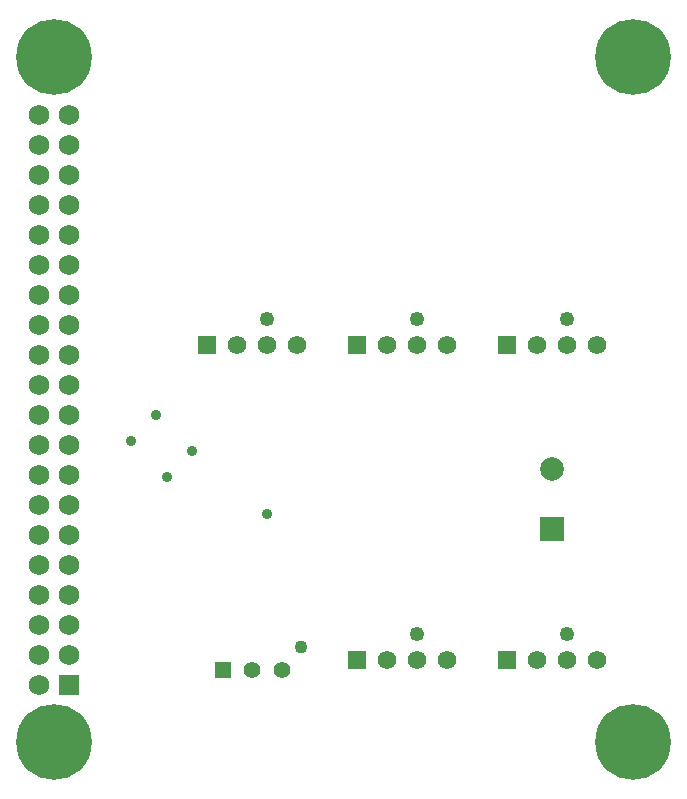
<source format=gbs>
G04*
G04 #@! TF.GenerationSoftware,Altium Limited,Altium Designer,23.0.1 (38)*
G04*
G04 Layer_Color=16711935*
%FSLAX25Y25*%
%MOIN*%
G70*
G04*
G04 #@! TF.SameCoordinates,5643ACED-D155-4500-AF81-F5B34C59678D*
G04*
G04*
G04 #@! TF.FilePolarity,Negative*
G04*
G01*
G75*
%ADD19C,0.07887*%
%ADD20R,0.07887X0.07887*%
%ADD21C,0.25210*%
%ADD22R,0.06800X0.06800*%
%ADD23C,0.06800*%
%ADD24C,0.04921*%
%ADD25C,0.06181*%
%ADD26R,0.06181X0.06181*%
%ADD27C,0.04331*%
%ADD28C,0.05512*%
%ADD29R,0.05512X0.05512*%
%ADD30C,0.03500*%
D19*
X280000Y205000D02*
D03*
D20*
Y185000D02*
D03*
D21*
X306913Y114000D02*
D03*
Y342347D02*
D03*
X114000D02*
D03*
Y114000D02*
D03*
D22*
X119000Y133173D02*
D03*
D23*
Y143173D02*
D03*
Y153173D02*
D03*
Y163173D02*
D03*
Y173173D02*
D03*
Y183173D02*
D03*
X109000Y133173D02*
D03*
Y143173D02*
D03*
Y153173D02*
D03*
Y163173D02*
D03*
Y173173D02*
D03*
Y183173D02*
D03*
X119000Y193173D02*
D03*
X109000D02*
D03*
X119000Y203173D02*
D03*
Y213173D02*
D03*
Y223173D02*
D03*
Y233173D02*
D03*
Y243173D02*
D03*
Y253173D02*
D03*
X109000Y203173D02*
D03*
Y213173D02*
D03*
Y223173D02*
D03*
Y233173D02*
D03*
Y243173D02*
D03*
Y253173D02*
D03*
X119000Y263173D02*
D03*
X109000D02*
D03*
X119000Y273173D02*
D03*
Y283173D02*
D03*
Y293173D02*
D03*
Y303173D02*
D03*
Y313173D02*
D03*
Y323173D02*
D03*
X109000Y273173D02*
D03*
Y283173D02*
D03*
Y293173D02*
D03*
Y303173D02*
D03*
Y313173D02*
D03*
Y323173D02*
D03*
D24*
X285000Y255000D02*
D03*
X185000D02*
D03*
X235000D02*
D03*
X285000Y150000D02*
D03*
X235000D02*
D03*
D25*
X295000Y246496D02*
D03*
X285000D02*
D03*
X275000D02*
D03*
X195000D02*
D03*
X185000D02*
D03*
X175000D02*
D03*
X245000D02*
D03*
X235000D02*
D03*
X225000D02*
D03*
X295000Y141496D02*
D03*
X285000D02*
D03*
X275000D02*
D03*
X245000D02*
D03*
X235000D02*
D03*
X225000D02*
D03*
D26*
X265000Y246496D02*
D03*
X165000D02*
D03*
X215000D02*
D03*
X265000Y141496D02*
D03*
X215000D02*
D03*
D27*
X196142Y145807D02*
D03*
D28*
X189842Y137933D02*
D03*
X180000D02*
D03*
D29*
X170158D02*
D03*
D30*
X185000Y190000D02*
D03*
X151485Y202485D02*
D03*
X139485Y214485D02*
D03*
X148015Y223015D02*
D03*
X160015Y211015D02*
D03*
M02*

</source>
